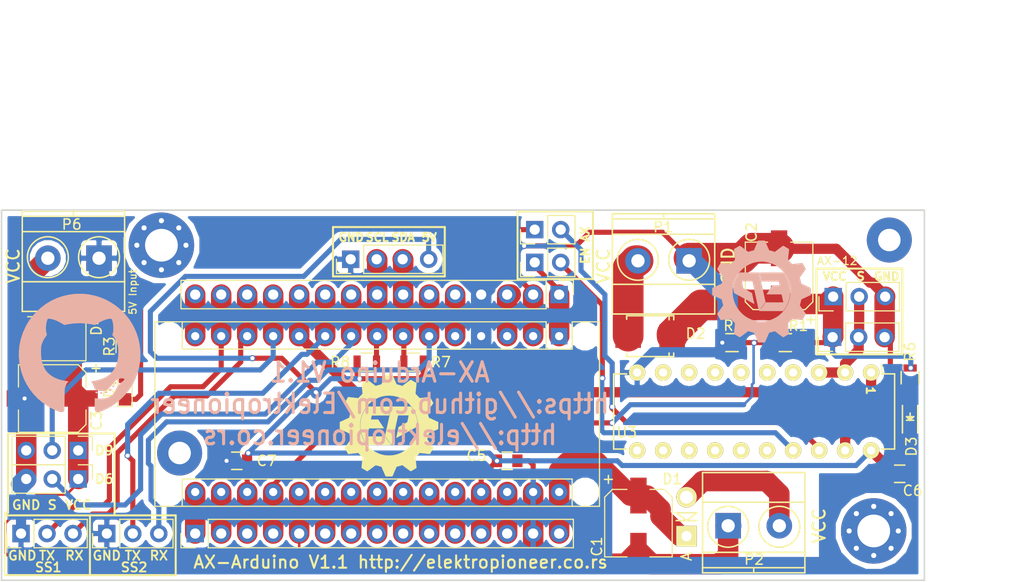
<source format=kicad_pcb>
(kicad_pcb (version 4) (host pcbnew 4.0.6+dfsg1-1)
  (layers (0 F.Cu signal) (31 B.Cu signal) (34 B.Paste user) (35 F.Paste user) (36 B.SilkS user) (37 F.SilkS user) (38 B.Mask user) (39 F.Mask user) (44 Edge.Cuts user))
  (net 0 "")
  (net 1 A_TX)
  (net 2 A_RX)
  (net 3 +5V)
  (net 4 A_A0)
  (net 5 GND)
  (net 6 A_A1)
  (net 7 A_INT)
  (net 8 A_A2)
  (net 9 A_CONTROL)
  (net 10 A_A3)
  (net 11 A_SDA)
  (net 12 A_A4)
  (net 13 A_SCL)
  (net 14 A_A5)
  (net 15 A_D6)
  (net 16 A_A6)
  (net 17 A_D7)
  (net 18 A_A7)
  (net 19 A_D9)
  (net 20 A_SS)
  (net 21 A_MOSI)
  (net 22 +VSW)
  (net 23 A_MISO)
  (net 24 A_SCK)
  (net 25 AX_P)
  (net 26 "Net-(D1-Pad2)")
  (net 27 "Net-(D2-Pad2)")
  (net 28 AX_S)
  (net 29 +3V3)
  (net 30 A_RES1)
  (net 31 A_RES2)
  (net 32 "Net-(D3-Pad2)")
  (net 33 A_LS_RX)
  (net 34 A_LS_TX)
  (net 35 A_D3)
  (net 36 "Net-(D4-Pad2)")
  (net 37 "Net-(D5-Pad2)")
  (module Pin_Headers:Pin_Header_Straight_1x03_Pitch2.54mm (layer F.Cu) (at 87.63 122.428 90)
    (fp_text reference P5 hide)
    (fp_text value CONN_01X03 hide)
    (pad 1 thru_hole rect (at 0 0 90) (size 1.7 1.7) (drill 1) (layers *.Cu *.Mask) (net 5 GND))
    (pad 2 thru_hole oval (at 0 2.54 90) (size 1.7 1.7) (drill 1) (layers *.Cu *.Mask) (net 21 A_MOSI))
    (pad 3 thru_hole oval (at 0 5.08 90) (size 1.7 1.7) (drill 1) (layers *.Cu *.Mask) (net 20 A_SS))
  )
  (module Modules:Arduino_Nano_WithMountingHoles (layer F.Cu) (at 140.208 103.124 270)
    (fp_text reference A1 hide)
    (fp_text value Arduino_Nano_v3.x hide)
    (pad 1 thru_hole rect (at 0 0 270) (size 1.6 1.6) (drill 0.8) (layers *.Cu *.Mask) (net 1 A_TX))
    (pad 17 thru_hole oval (at 15.24 33.02 270) (size 1.6 1.6) (drill 0.8) (layers *.Cu *.Mask) (net 29 +3V3))
    (pad 2 thru_hole oval (at 0 2.54 270) (size 1.6 1.6) (drill 0.8) (layers *.Cu *.Mask) (net 2 A_RX))
    (pad 18 thru_hole oval (at 15.24 30.48 270) (size 1.6 1.6) (drill 0.8) (layers *.Cu *.Mask) (net 3 +5V))
    (pad 3 thru_hole oval (at 0 5.08 270) (size 1.6 1.6) (drill 0.8) (layers *.Cu *.Mask) (net 30 A_RES1))
    (pad 19 thru_hole oval (at 15.24 27.94 270) (size 1.6 1.6) (drill 0.8) (layers *.Cu *.Mask) (net 4 A_A0))
    (pad 4 thru_hole oval (at 0 7.62 270) (size 1.6 1.6) (drill 0.8) (layers *.Cu *.Mask) (net 5 GND))
    (pad 20 thru_hole oval (at 15.24 25.4 270) (size 1.6 1.6) (drill 0.8) (layers *.Cu *.Mask) (net 6 A_A1))
    (pad 5 thru_hole oval (at 0 10.16 270) (size 1.6 1.6) (drill 0.8) (layers *.Cu *.Mask) (net 7 A_INT))
    (pad 21 thru_hole oval (at 15.24 22.86 270) (size 1.6 1.6) (drill 0.8) (layers *.Cu *.Mask) (net 8 A_A2))
    (pad 6 thru_hole oval (at 0 12.7 270) (size 1.6 1.6) (drill 0.8) (layers *.Cu *.Mask) (net 35 A_D3))
    (pad 22 thru_hole oval (at 15.24 20.32 270) (size 1.6 1.6) (drill 0.8) (layers *.Cu *.Mask) (net 10 A_A3))
    (pad 7 thru_hole oval (at 0 15.24 270) (size 1.6 1.6) (drill 0.8) (layers *.Cu *.Mask) (net 11 A_SDA))
    (pad 23 thru_hole oval (at 15.24 17.78 270) (size 1.6 1.6) (drill 0.8) (layers *.Cu *.Mask) (net 12 A_A4))
    (pad 8 thru_hole oval (at 0 17.78 270) (size 1.6 1.6) (drill 0.8) (layers *.Cu *.Mask) (net 13 A_SCL))
    (pad 24 thru_hole oval (at 15.24 15.24 270) (size 1.6 1.6) (drill 0.8) (layers *.Cu *.Mask) (net 14 A_A5))
    (pad 9 thru_hole oval (at 0 20.32 270) (size 1.6 1.6) (drill 0.8) (layers *.Cu *.Mask) (net 15 A_D6))
    (pad 25 thru_hole oval (at 15.24 12.7 270) (size 1.6 1.6) (drill 0.8) (layers *.Cu *.Mask) (net 16 A_A6))
    (pad 10 thru_hole oval (at 0 22.86 270) (size 1.6 1.6) (drill 0.8) (layers *.Cu *.Mask) (net 17 A_D7))
    (pad 26 thru_hole oval (at 15.24 10.16 270) (size 1.6 1.6) (drill 0.8) (layers *.Cu *.Mask) (net 18 A_A7))
    (pad 11 thru_hole oval (at 0 25.4 270) (size 1.6 1.6) (drill 0.8) (layers *.Cu *.Mask) (net 9 A_CONTROL))
    (pad 27 thru_hole oval (at 15.24 7.62 270) (size 1.6 1.6) (drill 0.8) (layers *.Cu *.Mask) (net 3 +5V))
    (pad 12 thru_hole oval (at 0 27.94 270) (size 1.6 1.6) (drill 0.8) (layers *.Cu *.Mask) (net 19 A_D9))
    (pad 28 thru_hole oval (at 15.24 5.08 270) (size 1.6 1.6) (drill 0.8) (layers *.Cu *.Mask) (net 31 A_RES2))
    (pad 13 thru_hole oval (at 0 30.48 270) (size 1.6 1.6) (drill 0.8) (layers *.Cu *.Mask) (net 20 A_SS))
    (pad 29 thru_hole oval (at 15.24 2.54 270) (size 1.6 1.6) (drill 0.8) (layers *.Cu *.Mask) (net 5 GND))
    (pad 14 thru_hole oval (at 0 33.02 270) (size 1.6 1.6) (drill 0.8) (layers *.Cu *.Mask) (net 21 A_MOSI))
    (pad 30 thru_hole oval (at 15.24 0 270) (size 1.6 1.6) (drill 0.8) (layers *.Cu *.Mask) (net 22 +VSW))
    (pad 15 thru_hole oval (at 0 35.56 270) (size 1.6 1.6) (drill 0.8) (layers *.Cu *.Mask) (net 23 A_MISO))
    (pad 16 thru_hole oval (at 15.24 35.56 270) (size 1.6 1.6) (drill 0.8) (layers *.Cu *.Mask) (net 24 A_SCK))
    (pad "" np_thru_hole circle (at 0 -2.54 270) (size 1.78 1.78) (drill 1.78) (layers *.Cu *.Mask))
    (pad "" np_thru_hole circle (at 15.24 -2.54 270) (size 1.78 1.78) (drill 1.78) (layers *.Cu *.Mask))
    (pad "" np_thru_hole circle (at 15.24 38.1 270) (size 1.78 1.78) (drill 1.78) (layers *.Cu *.Mask))
    (pad "" np_thru_hole circle (at 0 38.1 270) (size 1.78 1.78) (drill 1.78) (layers *.Cu *.Mask))
  )
  (module Capacitors_SMD:C_0805 (layer F.Cu) (at 135.128 115.316)
    (fp_text reference C5 (at -3 -0.5) (layer F.SilkS))
    (fp_text value 100n hide)
    (pad 1 smd rect (at -1 0) (size 1 1.25) (layers F.Cu F.Paste F.Mask) (net 3 +5V))
    (pad 2 smd rect (at 1 0) (size 1 1.25) (layers F.Cu F.Paste F.Mask) (net 5 GND))
  )
  (module Capacitors_SMD:C_0805 (layer F.Cu) (at 173.482 116.586)
    (fp_text reference C6 (at 1.27 1.651) (layer F.SilkS))
    (fp_text value 100n hide)
    (pad 1 smd rect (at -1 0) (size 1 1.25) (layers F.Cu F.Paste F.Mask) (net 3 +5V))
    (pad 2 smd rect (at 1 0) (size 1 1.25) (layers F.Cu F.Paste F.Mask) (net 5 GND))
  )
  (module Capacitors_SMD:C_0805 (layer F.Cu) (at 108.712 115.316 180)
    (fp_text reference C7 (at -2.921 0 180) (layer F.SilkS))
    (fp_text value 100n hide)
    (pad 1 smd rect (at -1 0 180) (size 1 1.25) (layers F.Cu F.Paste F.Mask) (net 3 +5V))
    (pad 2 smd rect (at 1 0 180) (size 1 1.25) (layers F.Cu F.Paste F.Mask) (net 5 GND))
  )
  (module Diodes_ThroughHole:Diode_DO-41_SOD81_Vertical_AnodeUp (layer F.Cu) (at 152.654 122.682 90)
    (fp_text reference D1 (at 5.588 -1.397 180) (layer F.SilkS))
    (fp_text value D hide)
    (fp_text user A (at -2 0 90) (layer F.SilkS))
    (pad 2 thru_hole circle (at 3.81 0 90) (size 1.99898 1.99898) (drill 1.27) (layers *.Cu *.Mask F.SilkS) (net 26 "Net-(D1-Pad2)"))
    (pad 1 thru_hole rect (at 0 0 90) (size 1.99898 1.99898) (drill 1.00076) (layers *.Cu *.Mask F.SilkS) (net 22 +VSW))
  )
  (module Diodes_SMD:SMB_Standard (layer F.Cu) (at 149.098 103.124 180)
    (fp_text reference D2 (at -4.445 0.254 180) (layer F.SilkS))
    (fp_text value D_Schottky hide)
    (pad 1 smd rect (at -2.14884 0 180) (size 2.49936 2.30124) (layers F.Cu F.Paste F.Mask) (net 25 AX_P))
    (pad 2 smd rect (at 2.14884 0 180) (size 2.49936 2.30124) (layers F.Cu F.Paste F.Mask) (net 27 "Net-(D2-Pad2)"))
  )
  (module Resistors_SMD:R_0805 (layer F.Cu) (at 162.306 103.759 180)
    (fp_text reference R1 (at -1.27 1.651 180) (layer F.SilkS))
    (fp_text value 10K hide)
    (pad 1 smd rect (at -0.95 0 180) (size 0.7 1.3) (layers F.Cu F.Paste F.Mask) (net 25 AX_P))
    (pad 2 smd rect (at 0.95 0 180) (size 0.7 1.3) (layers F.Cu F.Paste F.Mask) (net 4 A_A0))
  )
  (module Resistors_SMD:R_0805 (layer F.Cu) (at 157.099 103.759 180)
    (fp_text reference R2 (at -0.127 1.651 180) (layer F.SilkS))
    (fp_text value 4.7K hide)
    (pad 1 smd rect (at -0.95 0 180) (size 0.7 1.3) (layers F.Cu F.Paste F.Mask) (net 4 A_A0))
    (pad 2 smd rect (at 0.95 0 180) (size 0.7 1.3) (layers F.Cu F.Paste F.Mask) (net 5 GND))
  )
  (module Housings_DIP:DIP-20_W7.62mm (layer F.Cu) (at 170.688 106.68 270)
    (fp_text reference U3 (at 5.842 23.876 360) (layer F.SilkS))
    (fp_text value 74LS241 hide)
    (pad 1 thru_hole oval (at 0 0 270) (size 1.6 1.6) (drill 0.8) (layers *.Cu *.Mask F.SilkS) (net 9 A_CONTROL))
    (pad 2 thru_hole oval (at 0 2.54 270) (size 1.6 1.6) (drill 0.8) (layers *.Cu *.Mask F.SilkS) (net 28 AX_S))
    (pad 3 thru_hole oval (at 0 5.08 270) (size 1.6 1.6) (drill 0.8) (layers *.Cu *.Mask F.SilkS) (net 28 AX_S))
    (pad 4 thru_hole oval (at 0 7.62 270) (size 1.6 1.6) (drill 0.8) (layers *.Cu *.Mask F.SilkS))
    (pad 5 thru_hole oval (at 0 10.16 270) (size 1.6 1.6) (drill 0.8) (layers *.Cu *.Mask F.SilkS))
    (pad 6 thru_hole oval (at 0 12.7 270) (size 1.6 1.6) (drill 0.8) (layers *.Cu *.Mask F.SilkS))
    (pad 7 thru_hole oval (at 0 15.24 270) (size 1.6 1.6) (drill 0.8) (layers *.Cu *.Mask F.SilkS))
    (pad 8 thru_hole oval (at 0 17.78 270) (size 1.6 1.6) (drill 0.8) (layers *.Cu *.Mask F.SilkS))
    (pad 9 thru_hole oval (at 0 20.32 270) (size 1.6 1.6) (drill 0.8) (layers *.Cu *.Mask F.SilkS))
    (pad 10 thru_hole oval (at 0 22.86 270) (size 1.6 1.6) (drill 0.8) (layers *.Cu *.Mask F.SilkS) (net 5 GND))
    (pad 11 thru_hole oval (at 7.62 22.86 270) (size 1.6 1.6) (drill 0.8) (layers *.Cu *.Mask F.SilkS))
    (pad 12 thru_hole oval (at 7.62 20.32 270) (size 1.6 1.6) (drill 0.8) (layers *.Cu *.Mask F.SilkS))
    (pad 13 thru_hole oval (at 7.62 17.78 270) (size 1.6 1.6) (drill 0.8) (layers *.Cu *.Mask F.SilkS))
    (pad 14 thru_hole oval (at 7.62 15.24 270) (size 1.6 1.6) (drill 0.8) (layers *.Cu *.Mask F.SilkS))
    (pad 15 thru_hole oval (at 7.62 12.7 270) (size 1.6 1.6) (drill 0.8) (layers *.Cu *.Mask F.SilkS))
    (pad 16 thru_hole oval (at 7.62 10.16 270) (size 1.6 1.6) (drill 0.8) (layers *.Cu *.Mask F.SilkS))
    (pad 17 thru_hole oval (at 7.62 7.62 270) (size 1.6 1.6) (drill 0.8) (layers *.Cu *.Mask F.SilkS) (net 34 A_LS_TX))
    (pad 18 thru_hole oval (at 7.62 5.08 270) (size 1.6 1.6) (drill 0.8) (layers *.Cu *.Mask F.SilkS) (net 33 A_LS_RX))
    (pad 19 thru_hole oval (at 7.62 2.54 270) (size 1.6 1.6) (drill 0.8) (layers *.Cu *.Mask F.SilkS) (net 9 A_CONTROL))
    (pad 20 thru_hole oval (at 7.62 0 270) (size 1.6 1.6) (drill 0.8) (layers *.Cu *.Mask F.SilkS) (net 3 +5V))
  )
  (module LEDs:LED_0805 (layer F.Cu) (at 174.498 110.998 90)
    (fp_text reference D3 (at -2.921 0.127 90) (layer F.SilkS))
    (fp_text value LED hide)
    (pad 2 smd rect (at 1.04902 0 270) (size 1.19888 1.19888) (layers F.Cu F.Paste F.Mask) (net 32 "Net-(D3-Pad2)"))
    (pad 1 smd rect (at -1.04902 0 270) (size 1.19888 1.19888) (layers F.Cu F.Paste F.Mask) (net 5 GND))
  )
  (module Resistors_SMD:R_0805 (layer F.Cu) (at 174.498 107.188 270)
    (fp_text reference R6 (at -2.54 0 270) (layer F.SilkS))
    (fp_text value R hide)
    (pad 1 smd rect (at -0.95 0 270) (size 0.7 1.3) (layers F.Cu F.Paste F.Mask) (net 25 AX_P))
    (pad 2 smd rect (at 0.95 0 270) (size 0.7 1.3) (layers F.Cu F.Paste F.Mask) (net 32 "Net-(D3-Pad2)"))
  )
  (module Pin_Headers:Pin_Header_Straight_1x02_Pitch2.54mm (layer F.Cu) (at 137.8204 92.71 90)
    (fp_text reference JP1 hide)
    (fp_text value Jumper hide)
    (pad 1 thru_hole rect (at 0 0 90) (size 1.7 1.7) (drill 1) (layers *.Cu *.Mask) (net 2 A_RX))
    (pad 2 thru_hole oval (at 0 2.54 90) (size 1.7 1.7) (drill 1) (layers *.Cu *.Mask) (net 33 A_LS_RX))
  )
  (module Pin_Headers:Pin_Header_Straight_1x02_Pitch2.54mm (layer F.Cu) (at 137.8204 95.9104 90)
    (fp_text reference JP2 hide)
    (fp_text value Jumper hide)
    (pad 1 thru_hole rect (at 0 0 90) (size 1.7 1.7) (drill 1) (layers *.Cu *.Mask) (net 1 A_TX))
    (pad 2 thru_hole oval (at 0 2.54 90) (size 1.7 1.7) (drill 1) (layers *.Cu *.Mask) (net 34 A_LS_TX))
  )
  (module Resistors_SMD:R_0805 (layer F.Cu) (at 125.984 105.664 180)
    (fp_text reference R7 (at -2.667 0 180) (layer F.SilkS))
    (fp_text value 4K7 hide)
    (pad 1 smd rect (at -0.95 0 180) (size 0.7 1.3) (layers F.Cu F.Paste F.Mask) (net 3 +5V))
    (pad 2 smd rect (at 0.95 0 180) (size 0.7 1.3) (layers F.Cu F.Paste F.Mask) (net 11 A_SDA))
  )
  (module Resistors_SMD:R_0805 (layer F.Cu) (at 121.412 105.664)
    (fp_text reference R8 (at -2.6035 0) (layer F.SilkS))
    (fp_text value 4K7 hide)
    (pad 1 smd rect (at -0.95 0) (size 0.7 1.3) (layers F.Cu F.Paste F.Mask) (net 3 +5V))
    (pad 2 smd rect (at 0.95 0) (size 0.7 1.3) (layers F.Cu F.Paste F.Mask) (net 13 A_SCL))
  )
  (module Capacitors_SMD:CP_Elec_6.3x5.3 (layer F.Cu) (at 147.955 121.412 270)
    (fp_text reference C1 (at 2.286 4.064 270) (layer F.SilkS))
    (fp_text value CP hide)
    (fp_text user + (at -4.28 3.01 270) (layer F.SilkS))
    (pad 1 smd rect (at -2.7 0 90) (size 3.5 1.6) (layers F.Cu F.Paste F.Mask) (net 22 +VSW))
    (pad 2 smd rect (at 2.7 0 90) (size 3.5 1.6) (layers F.Cu F.Paste F.Mask) (net 5 GND))
  )
  (module Capacitors_SMD:CP_Elec_6.3x5.3 (layer F.Cu) (at 161.6964 97.2312 90)
    (fp_text reference C2 (at 4.2672 -2.6924 90) (layer F.SilkS))
    (fp_text value CP hide)
    (fp_text user + (at -4.28 3.01 90) (layer F.SilkS))
    (pad 1 smd rect (at -2.7 0 270) (size 3.5 1.6) (layers F.Cu F.Paste F.Mask) (net 25 AX_P))
    (pad 2 smd rect (at 2.7 0 270) (size 3.5 1.6) (layers F.Cu F.Paste F.Mask) (net 5 GND))
  )
  (module Capacitors_SMD:CP_Elec_6.3x5.3 (layer F.Cu) (at 90.678 109.22 180)
    (fp_text reference C3 (at -4.318 -2.159 270) (layer F.SilkS))
    (fp_text value CP hide)
    (fp_text user + (at -4.28 3.01 180) (layer F.SilkS))
    (pad 1 smd rect (at -2.7 0) (size 3.5 1.6) (layers F.Cu F.Paste F.Mask) (net 6 A_A1))
    (pad 2 smd rect (at 2.7 0) (size 3.5 1.6) (layers F.Cu F.Paste F.Mask) (net 5 GND))
  )
  (module Pin_Headers:Pin_Header_Straight_1x03_Pitch2.54mm (layer F.Cu) (at 166.9796 99.2632 90)
    (fp_text reference P3 hide)
    (fp_text value CONN_01X03 hide)
    (pad 1 thru_hole rect (at 0 0 90) (size 1.7 1.7) (drill 1) (layers *.Cu *.Mask) (net 25 AX_P))
    (pad 2 thru_hole oval (at 0 2.54 90) (size 1.7 1.7) (drill 1) (layers *.Cu *.Mask) (net 28 AX_S))
    (pad 3 thru_hole oval (at 0 5.08 90) (size 1.7 1.7) (drill 1) (layers *.Cu *.Mask) (net 5 GND))
  )
  (module Pin_Headers:Pin_Header_Straight_1x03_Pitch2.54mm (layer F.Cu) (at 166.9288 103.2256 90)
    (fp_text reference P4 hide)
    (fp_text value CONN_01X03 hide)
    (pad 1 thru_hole rect (at 0 0 90) (size 1.7 1.7) (drill 1) (layers *.Cu *.Mask) (net 25 AX_P))
    (pad 2 thru_hole oval (at 0 2.54 90) (size 1.7 1.7) (drill 1) (layers *.Cu *.Mask) (net 28 AX_S))
    (pad 3 thru_hole oval (at 0 5.08 90) (size 1.7 1.7) (drill 1) (layers *.Cu *.Mask) (net 5 GND))
  )
  (module Pin_Headers:Pin_Header_Straight_1x03_Pitch2.54mm (layer F.Cu) (at 93.218 117.094 270)
    (fp_text reference P7 hide)
    (fp_text value CONN_01X03 hide)
    (pad 1 thru_hole rect (at 0 0 270) (size 1.7 1.7) (drill 1) (layers *.Cu *.Mask) (net 6 A_A1))
    (pad 2 thru_hole oval (at 0 2.54 270) (size 1.7 1.7) (drill 1) (layers *.Cu *.Mask) (net 15 A_D6))
    (pad 3 thru_hole oval (at 0 5.08 270) (size 1.7 1.7) (drill 1) (layers *.Cu *.Mask) (net 5 GND))
  )
  (module Pin_Headers:Pin_Header_Straight_1x15_Pitch2.54mm (layer F.Cu) (at 140.208 99.06 270)
    (fp_text reference P8 hide)
    (fp_text value CONN_01X15 hide)
    (pad 1 thru_hole rect (at 0 0 270) (size 1.7 1.7) (drill 1) (layers *.Cu *.Mask) (net 1 A_TX))
    (pad 2 thru_hole oval (at 0 2.54 270) (size 1.7 1.7) (drill 1) (layers *.Cu *.Mask) (net 2 A_RX))
    (pad 3 thru_hole oval (at 0 5.08 270) (size 1.7 1.7) (drill 1) (layers *.Cu *.Mask) (net 30 A_RES1))
    (pad 4 thru_hole oval (at 0 7.62 270) (size 1.7 1.7) (drill 1) (layers *.Cu *.Mask) (net 5 GND))
    (pad 5 thru_hole oval (at 0 10.16 270) (size 1.7 1.7) (drill 1) (layers *.Cu *.Mask) (net 7 A_INT))
    (pad 6 thru_hole oval (at 0 12.7 270) (size 1.7 1.7) (drill 1) (layers *.Cu *.Mask) (net 35 A_D3))
    (pad 7 thru_hole oval (at 0 15.24 270) (size 1.7 1.7) (drill 1) (layers *.Cu *.Mask) (net 11 A_SDA))
    (pad 8 thru_hole oval (at 0 17.78 270) (size 1.7 1.7) (drill 1) (layers *.Cu *.Mask) (net 13 A_SCL))
    (pad 9 thru_hole oval (at 0 20.32 270) (size 1.7 1.7) (drill 1) (layers *.Cu *.Mask) (net 15 A_D6))
    (pad 10 thru_hole oval (at 0 22.86 270) (size 1.7 1.7) (drill 1) (layers *.Cu *.Mask) (net 17 A_D7))
    (pad 11 thru_hole oval (at 0 25.4 270) (size 1.7 1.7) (drill 1) (layers *.Cu *.Mask) (net 9 A_CONTROL))
    (pad 12 thru_hole oval (at 0 27.94 270) (size 1.7 1.7) (drill 1) (layers *.Cu *.Mask) (net 19 A_D9))
    (pad 13 thru_hole oval (at 0 30.48 270) (size 1.7 1.7) (drill 1) (layers *.Cu *.Mask) (net 20 A_SS))
    (pad 14 thru_hole oval (at 0 33.02 270) (size 1.7 1.7) (drill 1) (layers *.Cu *.Mask) (net 21 A_MOSI))
    (pad 15 thru_hole oval (at 0 35.56 270) (size 1.7 1.7) (drill 1) (layers *.Cu *.Mask) (net 23 A_MISO))
  )
  (module Pin_Headers:Pin_Header_Straight_1x15_Pitch2.54mm (layer F.Cu) (at 104.648 122.428 90)
    (fp_text reference P9 hide)
    (fp_text value CONN_01X15 hide)
    (pad 1 thru_hole rect (at 0 0 90) (size 1.7 1.7) (drill 1) (layers *.Cu *.Mask) (net 24 A_SCK))
    (pad 2 thru_hole oval (at 0 2.54 90) (size 1.7 1.7) (drill 1) (layers *.Cu *.Mask) (net 29 +3V3))
    (pad 3 thru_hole oval (at 0 5.08 90) (size 1.7 1.7) (drill 1) (layers *.Cu *.Mask) (net 3 +5V))
    (pad 4 thru_hole oval (at 0 7.62 90) (size 1.7 1.7) (drill 1) (layers *.Cu *.Mask) (net 4 A_A0))
    (pad 5 thru_hole oval (at 0 10.16 90) (size 1.7 1.7) (drill 1) (layers *.Cu *.Mask) (net 6 A_A1))
    (pad 6 thru_hole oval (at 0 12.7 90) (size 1.7 1.7) (drill 1) (layers *.Cu *.Mask) (net 8 A_A2))
    (pad 7 thru_hole oval (at 0 15.24 90) (size 1.7 1.7) (drill 1) (layers *.Cu *.Mask) (net 10 A_A3))
    (pad 8 thru_hole oval (at 0 17.78 90) (size 1.7 1.7) (drill 1) (layers *.Cu *.Mask) (net 12 A_A4))
    (pad 9 thru_hole oval (at 0 20.32 90) (size 1.7 1.7) (drill 1) (layers *.Cu *.Mask) (net 14 A_A5))
    (pad 10 thru_hole oval (at 0 22.86 90) (size 1.7 1.7) (drill 1) (layers *.Cu *.Mask) (net 16 A_A6))
    (pad 11 thru_hole oval (at 0 25.4 90) (size 1.7 1.7) (drill 1) (layers *.Cu *.Mask) (net 18 A_A7))
    (pad 12 thru_hole oval (at 0 27.94 90) (size 1.7 1.7) (drill 1) (layers *.Cu *.Mask) (net 3 +5V))
    (pad 13 thru_hole oval (at 0 30.48 90) (size 1.7 1.7) (drill 1) (layers *.Cu *.Mask) (net 31 A_RES2))
    (pad 14 thru_hole oval (at 0 33.02 90) (size 1.7 1.7) (drill 1) (layers *.Cu *.Mask) (net 5 GND))
    (pad 15 thru_hole oval (at 0 35.56 90) (size 1.7 1.7) (drill 1) (layers *.Cu *.Mask) (net 22 +VSW))
  )
  (module Pin_Headers:Pin_Header_Straight_1x04_Pitch2.54mm (layer F.Cu) (at 119.8372 95.6056 90)
    (fp_text reference P11 hide)
    (fp_text value CONN_01X04 hide)
    (pad 1 thru_hole rect (at 0 0 90) (size 1.7 1.7) (drill 1) (layers *.Cu *.Mask) (net 5 GND))
    (pad 2 thru_hole oval (at 0 2.54 90) (size 1.7 1.7) (drill 1) (layers *.Cu *.Mask) (net 13 A_SCL))
    (pad 3 thru_hole oval (at 0 5.08 90) (size 1.7 1.7) (drill 1) (layers *.Cu *.Mask) (net 11 A_SDA))
    (pad 4 thru_hole oval (at 0 7.62 90) (size 1.7 1.7) (drill 1) (layers *.Cu *.Mask) (net 3 +5V))
  )
  (module Pin_Headers:Pin_Header_Straight_1x03_Pitch2.54mm (layer F.Cu) (at 93.218 114.3 270)
    (fp_text reference P12 hide)
    (fp_text value CONN_01X03 hide)
    (pad 1 thru_hole rect (at 0 0 270) (size 1.7 1.7) (drill 1) (layers *.Cu *.Mask) (net 6 A_A1))
    (pad 2 thru_hole oval (at 0 2.54 270) (size 1.7 1.7) (drill 1) (layers *.Cu *.Mask) (net 19 A_D9))
    (pad 3 thru_hole oval (at 0 5.08 270) (size 1.7 1.7) (drill 1) (layers *.Cu *.Mask) (net 5 GND))
  )
  (module Connectors_Terminal_Blocks:TerminalBlock_Pheonix_MKDS1.5-2pol (layer F.Cu) (at 152.908 95.758 180)
    (fp_text reference P1 (at 2.54 3.302 180) (layer F.SilkS))
    (fp_text value CONN_01X02 hide)
    (pad 1 thru_hole rect (at 0 0 180) (size 2.5 2.5) (drill 1.3) (layers *.Cu *.Mask) (net 5 GND))
    (pad 2 thru_hole circle (at 5 0 180) (size 2.5 2.5) (drill 1.3) (layers *.Cu *.Mask) (net 27 "Net-(D2-Pad2)"))
  )
  (module Connectors_Terminal_Blocks:TerminalBlock_Pheonix_MKDS1.5-2pol (layer F.Cu) (at 156.718 121.666)
    (fp_text reference P2 (at 2.54 3.302) (layer F.SilkS))
    (fp_text value CONN_01X02 hide)
    (pad 1 thru_hole rect (at 0 0) (size 2.5 2.5) (drill 1.3) (layers *.Cu *.Mask) (net 5 GND))
    (pad 2 thru_hole circle (at 5 0) (size 2.5 2.5) (drill 1.3) (layers *.Cu *.Mask) (net 26 "Net-(D1-Pad2)"))
  )
  (module Connectors_Terminal_Blocks:TerminalBlock_Pheonix_MKDS1.5-2pol (layer F.Cu) (at 95.25 95.504 180)
    (fp_text reference P6 (at 2.667 3.302 180) (layer F.SilkS))
    (fp_text value CONN_01X02 hide)
    (pad 1 thru_hole rect (at 0 0 180) (size 2.5 2.5) (drill 1.3) (layers *.Cu *.Mask) (net 5 GND))
    (pad 2 thru_hole circle (at 5 0 180) (size 2.5 2.5) (drill 1.3) (layers *.Cu *.Mask) (net 36 "Net-(D4-Pad2)"))
  )
  (module Pin_Headers:Pin_Header_Straight_1x03_Pitch2.54mm (layer F.Cu) (at 96.012 122.428 90)
    (fp_text reference P10 hide)
    (fp_text value CONN_01X03 hide)
    (pad 1 thru_hole rect (at 0 0 90) (size 1.7 1.7) (drill 1) (layers *.Cu *.Mask) (net 5 GND))
    (pad 2 thru_hole oval (at 0 2.54 90) (size 1.7 1.7) (drill 1) (layers *.Cu *.Mask) (net 17 A_D7))
    (pad 3 thru_hole oval (at 0 5.08 90) (size 1.7 1.7) (drill 1) (layers *.Cu *.Mask) (net 35 A_D3))
  )
  (module Diodes_SMD:D_SMB_Standard (layer F.Cu) (at 90.424 103.378 180)
    (fp_text reference D4 (at -4.572 1.27 450) (layer F.SilkS))
    (fp_text value D_Schottky hide)
    (pad 1 smd rect (at -2.15 0 180) (size 2.5 2.3) (layers F.Cu F.Paste F.Mask) (net 6 A_A1))
    (pad 2 smd rect (at 2.15 0 180) (size 2.5 2.3) (layers F.Cu F.Paste F.Mask) (net 36 "Net-(D4-Pad2)"))
  )
  (module Mounting_Holes:MountingHole_3.2mm_M3_Pad_Via (layer F.Cu) (at 170.942 122.174)
    (fp_text reference MK1 hide)
    (fp_text value Mounting_Hole hide)
    (pad 1 thru_hole circle (at 0 0) (size 6.4 6.4) (drill 3.2) (layers *.Cu *.Mask))
    (pad "" thru_hole circle (at 2.4 0) (size 0.6 0.6) (drill 0.5) (layers *.Cu *.Mask))
    (pad "" thru_hole circle (at 1.697056 1.697056) (size 0.6 0.6) (drill 0.5) (layers *.Cu *.Mask))
    (pad "" thru_hole circle (at 0 2.4) (size 0.6 0.6) (drill 0.5) (layers *.Cu *.Mask))
    (pad "" thru_hole circle (at -1.697056 1.697056) (size 0.6 0.6) (drill 0.5) (layers *.Cu *.Mask))
    (pad "" thru_hole circle (at -2.4 0) (size 0.6 0.6) (drill 0.5) (layers *.Cu *.Mask))
    (pad "" thru_hole circle (at -1.697056 -1.697056) (size 0.6 0.6) (drill 0.5) (layers *.Cu *.Mask))
    (pad "" thru_hole circle (at 0 -2.4) (size 0.6 0.6) (drill 0.5) (layers *.Cu *.Mask))
    (pad "" thru_hole circle (at 1.697056 -1.697056) (size 0.6 0.6) (drill 0.5) (layers *.Cu *.Mask))
  )
  (module Mounting_Holes:MountingHole_3.2mm_M3_Pad_Via (layer F.Cu) (at 101.346 94.234)
    (fp_text reference MK2 hide)
    (fp_text value Mounting_Hole hide)
    (pad 1 thru_hole circle (at 0 0) (size 6.4 6.4) (drill 3.2) (layers *.Cu *.Mask))
    (pad "" thru_hole circle (at 2.4 0) (size 0.6 0.6) (drill 0.5) (layers *.Cu *.Mask))
    (pad "" thru_hole circle (at 1.697056 1.697056) (size 0.6 0.6) (drill 0.5) (layers *.Cu *.Mask))
    (pad "" thru_hole circle (at 0 2.4) (size 0.6 0.6) (drill 0.5) (layers *.Cu *.Mask))
    (pad "" thru_hole circle (at -1.697056 1.697056) (size 0.6 0.6) (drill 0.5) (layers *.Cu *.Mask))
    (pad "" thru_hole circle (at -2.4 0) (size 0.6 0.6) (drill 0.5) (layers *.Cu *.Mask))
    (pad "" thru_hole circle (at -1.697056 -1.697056) (size 0.6 0.6) (drill 0.5) (layers *.Cu *.Mask))
    (pad "" thru_hole circle (at 0 -2.4) (size 0.6 0.6) (drill 0.5) (layers *.Cu *.Mask))
    (pad "" thru_hole circle (at 1.697056 -1.697056) (size 0.6 0.6) (drill 0.5) (layers *.Cu *.Mask))
  )
  (module Mounting_Holes:MountingHole_2.2mm_M2_Pad (layer F.Cu) (at 103.124 114.554)
    (fp_text reference MK3 hide)
    (fp_text value Mounting_Hole hide)
    (pad 1 thru_hole circle (at 0 0) (size 4.4 4.4) (drill 2.2) (layers *.Cu *.Mask))
  )
  (module Mounting_Holes:MountingHole_2.2mm_M2_Pad (layer F.Cu) (at 172.466 93.726)
    (fp_text reference MK4 hide)
    (fp_text value Mounting_Hole hide)
    (pad 1 thru_hole circle (at 0 0) (size 4.4 4.4) (drill 2.2) (layers *.Cu *.Mask))
  )
  (module LEDs:LED_0805 (layer F.Cu) (at 97.79 108.204 90)
    (fp_text reference D5 (at 0 -1.524 270) (layer F.SilkS))
    (fp_text value LED hide)
    (pad 2 smd rect (at 1.1 0 270) (size 1.2 1.2) (layers F.Cu F.Paste F.Mask) (net 37 "Net-(D5-Pad2)"))
    (pad 1 smd rect (at -1.1 0 270) (size 1.2 1.2) (layers F.Cu F.Paste F.Mask) (net 5 GND))
  )
  (module Resistors_SMD:R_0805 (layer F.Cu) (at 97.79 104.14 270)
    (fp_text reference R3 (at 0 1.524 450) (layer F.SilkS))
    (fp_text value R hide)
    (pad 1 smd rect (at -0.95 0 270) (size 0.7 1.3) (layers F.Cu F.Paste F.Mask) (net 6 A_A1))
    (pad 2 smd rect (at 0.95 0 270) (size 0.7 1.3) (layers F.Cu F.Paste F.Mask) (net 37 "Net-(D5-Pad2)"))
  )
  (module Hardware:EP_Logo_3 (layer B.Cu) (at 159.8676 98.3996 180)
    (fp_text reference G*** hide)
    (fp_text value LOGO hide)
  )
  (module Hardware:github_logo (layer B.Cu) (at 93.3704 104.7496 180)
    (fp_text reference G*** hide)
    (fp_text value LOGO hide)
  )
  (module Hardware:EP_Logo_3 (layer F.Cu) (at 123.698 111.506)
    (fp_text reference G*** hide)
    (fp_text value LOGO hide)
  )
  (gr_text SS2 (at 98.679 125.73) (layer F.SilkS) (effects (font (size 0.9 0.9) (thickness 0.175))))
  (gr_text SS1 (at 90.297 125.73) (layer F.SilkS) (effects (font (size 0.9 0.9) (thickness 0.175))))
  (gr_text "GND\n" (at 96.012 124.587) (layer F.SilkS) (effects (font (size 0.9 0.9) (thickness 0.175))))
  (gr_text RX (at 101.092 124.587) (layer F.SilkS) (effects (font (size 0.9 0.9) (thickness 0.175))))
  (gr_text TX (at 98.552 124.587) (layer F.SilkS) (effects (font (size 0.9 0.9) (thickness 0.175))))
  (gr_text RX (at 92.837 124.587) (layer F.SilkS) (effects (font (size 0.9 0.9) (thickness 0.175))))
  (gr_text TX (at 90.17 124.587) (layer F.SilkS) (effects (font (size 0.9 0.9) (thickness 0.175))))
  (gr_text "GND\n" (at 87.757 124.587) (layer F.SilkS) (effects (font (size 0.9 0.9) (thickness 0.175))))
  (gr_text "D6\n" (at 95.758 117.094) (layer F.SilkS) (effects (font (size 0.9 0.9) (thickness 0.175))))
  (gr_text D9 (at 95.758 114.3) (layer F.SilkS) (effects (font (size 0.9 0.9) (thickness 0.175))))
  (gr_text VCC (at 93.218 119.634) (layer F.SilkS) (effects (font (size 0.9 0.9) (thickness 0.175))))
  (gr_text S (at 90.678 119.634) (layer F.SilkS) (effects (font (size 0.9 0.9) (thickness 0.175))))
  (gr_text GND (at 88.138 119.634) (layer F.SilkS) (effects (font (size 0.9 0.9) (thickness 0.175))))
  (gr_line (start 94.361 126.492) (end 94.4245 126.492) (angle 90) (layer F.SilkS) (width 0.2))
  (gr_line (start 94.361 120.65) (end 94.361 126.492) (angle 90) (layer F.SilkS) (width 0.2))
  (gr_line (start 96.774 120.396) (end 96.774 120.523) (angle 90) (layer F.SilkS) (width 0.2))
  (gr_line (start 86.233 120.65) (end 86.233 120.523) (angle 90) (layer F.SilkS) (width 0.2))
  (gr_line (start 102.743 120.65) (end 86.233 120.65) (angle 90) (layer F.SilkS) (width 0.2))
  (gr_line (start 102.743 126.492) (end 102.743 120.65) (angle 90) (layer F.SilkS) (width 0.2))
  (gr_line (start 86.106 126.492) (end 102.743 126.492) (angle 90) (layer F.SilkS) (width 0.2))
  (gr_line (start 86.106 120.396) (end 86.106 126.492) (angle 90) (layer F.SilkS) (width 0.2))
  (gr_line (start 86.36 120.396) (end 86.106 120.396) (angle 90) (layer F.SilkS) (width 0.2))
  (gr_line (start 86.36 120.396) (end 86.36 112.649) (angle 90) (layer F.SilkS) (width 0.2))
  (gr_line (start 96.774 120.015) (end 96.774 120.396) (angle 90) (layer F.SilkS) (width 0.2))
  (gr_line (start 96.774 112.649) (end 96.774 120.015) (angle 90) (layer F.SilkS) (width 0.2))
  (gr_line (start 86.36 112.649) (end 96.774 112.649) (angle 90) (layer F.SilkS) (width 0.2))
  (gr_text 1 (at 170.6245 108.458 270) (layer F.SilkS) (effects (font (size 0.8 0.8) (thickness 0.2))))
  (gr_text "AX-Arduino V1.1 http://elektropioneer.co.rs" (at 124.714 125.222) (layer F.SilkS) (effects (font (size 1.2 1.2) (thickness 0.2))))
  (gr_text "AX-Arduino V1.1\nhttps://github.com/Elektropioneer\nhttp://elektropioneer.co.rs" (at 122.682 109.728) (layer B.SilkS) (effects (font (size 1.9 1.7) (thickness 0.3)) (justify mirror)))
  (gr_text AX-12 (at 167.386 95.758) (layer F.SilkS) (effects (font (size 0.8 0.8) (thickness 0.125))))
  (gr_text VCC (at 86.868 96.266 90) (layer F.SilkS) (effects (font (size 1.2 1.2) (thickness 0.2))))
  (gr_text VCC (at 165.608 121.666 90) (layer F.SilkS) (effects (font (size 1.2 1.2) (thickness 0.2))))
  (gr_text VCC (at 144.526 96.266 90) (layer F.SilkS) (effects (font (size 1.2 1.2) (thickness 0.2))))
  (gr_text GND (at 156.718 96.266 90) (layer F.SilkS) (effects (font (size 1.2 1.2) (thickness 0.2))))
  (gr_line (start 173.736 96.52) (end 165.354 96.52) (angle 90) (layer F.SilkS) (width 0.2))
  (gr_line (start 173.736 104.902) (end 173.736 96.52) (angle 90) (layer F.SilkS) (width 0.2))
  (gr_line (start 165.354 104.902) (end 173.736 104.902) (angle 90) (layer F.SilkS) (width 0.2))
  (gr_line (start 165.354 96.52) (end 165.354 104.902) (angle 90) (layer F.SilkS) (width 0.2))
  (gr_text GND (at 172.212 97.282) (layer F.SilkS) (effects (font (size 0.8 0.8) (thickness 0.2))))
  (gr_text S (at 169.672 97.282) (layer F.SilkS) (effects (font (size 0.8 0.8) (thickness 0.2))))
  (gr_text VCC (at 167.132 97.282) (layer F.SilkS) (effects (font (size 0.8 0.8) (thickness 0.2))))
  (gr_text "EN AX" (at 142.748 94.234 90) (layer F.SilkS) (effects (font (size 0.8 0.8) (thickness 0.2))))
  (gr_line (start 136.144 90.932) (end 136.144 97.536) (angle 90) (layer F.SilkS) (width 0.2))
  (gr_line (start 143.51 90.932) (end 136.144 90.932) (angle 90) (layer F.SilkS) (width 0.2))
  (gr_line (start 143.51 97.536) (end 143.51 90.932) (angle 90) (layer F.SilkS) (width 0.2))
  (gr_line (start 136.144 97.536) (end 143.51 97.536) (angle 90) (layer F.SilkS) (width 0.2))
  (gr_text 5V (at 127.508 93.472) (layer F.SilkS) (effects (font (size 0.8 0.8) (thickness 0.2))))
  (gr_text SDA (at 124.968 93.472) (layer F.SilkS) (effects (font (size 0.8 0.8) (thickness 0.2))))
  (gr_text SCL (at 122.428 93.472) (layer F.SilkS) (effects (font (size 0.8 0.8) (thickness 0.2))))
  (gr_text GND (at 119.888 93.472) (layer F.SilkS) (effects (font (size 0.8 0.8) (thickness 0.2))))
  (gr_line (start 118.11 92.456) (end 118.11 97.282) (angle 90) (layer F.SilkS) (width 0.2))
  (gr_line (start 129.032 92.456) (end 118.11 92.456) (angle 90) (layer F.SilkS) (width 0.2))
  (gr_line (start 129.032 97.282) (end 129.032 92.456) (angle 90) (layer F.SilkS) (width 0.2))
  (gr_line (start 118.11 97.282) (end 129.032 97.282) (angle 90) (layer F.SilkS) (width 0.2))
  (gr_text "5V Input" (at 98.552 98.806 90) (layer F.SilkS) (effects (font (size 0.7 0.7) (thickness 0.125))))
  (gr_line (start 175.895 90.805) (end 175.895 127) (angle 90) (layer Edge.Cuts) (width 0.15))
  (gr_line (start 85.725 90.805) (end 175.895 90.805) (angle 90) (layer Edge.Cuts) (width 0.15))
  (gr_line (start 85.725 127) (end 85.725 90.805) (angle 90) (layer Edge.Cuts) (width 0.15))
  (gr_line (start 175.895 127) (end 85.725 127) (angle 90) (layer Edge.Cuts) (width 0.15))
  (segment (start 140.208 99.06) (end 140.208 98.6536) (width 0.5) (layer F.Cu) (net 1))
  (segment (start 140.208 98.6536) (end 137.8204 96.266) (width 0.5) (layer F.Cu) (net 1))
  (segment (start 137.8204 96.266) (end 137.8204 95.9104) (width 0.5) (layer F.Cu) (net 1))
  (segment (start 140.208 103.124) (end 140.208 99.06) (width 2) (layer F.Cu) (net 1))
  (segment (start 137.668 99.06) (end 137.668 98.9076) (width 0.5) (layer F.Cu) (net 2))
  (segment (start 137.668 98.9076) (end 135.7376 96.9772) (width 0.5) (layer F.Cu) (net 2))
  (segment (start 136.0932 92.71) (end 137.8204 92.71) (width 0.5) (layer F.Cu) (net 2))
  (segment (start 135.7376 93.0656) (end 136.0932 92.71) (width 0.5) (layer F.Cu) (net 2))
  (segment (start 135.7376 96.9772) (end 135.7376 93.0656) (width 0.5) (layer F.Cu) (net 2))
  (segment (start 137.668 103.124) (end 137.668 99.06) (width 2) (layer F.Cu) (net 2))
  (via (at 116.4336 108.6104) (size 0.6) (drill 0.4) (layers F.Cu B.Cu) (net 3))
  (segment (start 127.4572 95.6056) (end 127.4572 93.7387) (width 0.5) (layer B.Cu) (net 3))
  (segment (start 127.381 93.6625) (end 127.4572 93.7387) (width 0.5) (layer B.Cu) (net 3))
  (segment (start 118.872 93.6625) (end 127.381 93.6625) (width 0.5) (layer B.Cu) (net 3))
  (segment (start 115.2525 97.282) (end 118.872 93.6625) (width 0.5) (layer B.Cu) (net 3))
  (segment (start 103.6955 97.282) (end 115.2525 97.282) (width 0.5) (layer B.Cu) (net 3))
  (segment (start 100.2665 100.711) (end 103.6955 97.282) (width 0.5) (layer B.Cu) (net 3))
  (segment (start 100.2665 104.648) (end 100.2665 100.711) (width 0.5) (layer B.Cu) (net 3))
  (segment (start 100.9015 105.283) (end 100.2665 104.648) (width 0.5) (layer B.Cu) (net 3))
  (segment (start 110.236 105.283) (end 100.9015 105.283) (width 0.5) (layer B.Cu) (net 3))
  (via (at 110.236 105.283) (size 0.6) (drill 0.4) (layers F.Cu B.Cu) (net 3))
  (segment (start 113.1062 105.283) (end 110.236 105.283) (width 0.5) (layer F.Cu) (net 3))
  (segment (start 113.1062 105.283) (end 116.4336 108.6104) (width 0.5) (layer F.Cu) (net 3))
  (segment (start 116.4336 108.6104) (end 115.7732 108.6104) (width 0.5) (layer B.Cu) (net 3))
  (segment (start 115.7732 108.6104) (end 109.8296 114.554) (width 0.5) (layer B.Cu) (net 3))
  (segment (start 109.8296 114.554) (end 133.366 114.554) (width 0.5) (layer B.Cu) (net 3))
  (segment (start 133.366 114.554) (end 134.128 115.316) (width 0.5) (layer B.Cu) (net 3))
  (segment (start 116.4336 108.6104) (end 116.497496 108.674296) (width 1) (layer B.Cu) (net 3))
  (segment (start 116.497496 108.674296) (end 116.4336 108.6104) (width 1) (layer B.Cu) (net 3))
  (segment (start 116.4336 108.6104) (end 116.4336 108.738191) (width 1) (layer B.Cu) (net 3))
  (via (at 120.7008 107.2896) (size 0.6) (drill 0.4) (layers F.Cu B.Cu) (net 3))
  (segment (start 120.7008 107.2896) (end 117.882191 107.2896) (width 0.5) (layer B.Cu) (net 3))
  (segment (start 117.882191 107.2896) (end 116.4336 108.738191) (width 0.5) (layer B.Cu) (net 3))
  (via (at 134.128 115.316) (size 0.6) (drill 0.4) (layers F.Cu B.Cu) (net 3))
  (segment (start 132.588 116.856) (end 134.128 115.316) (width 0.5) (layer F.Cu) (net 3))
  (segment (start 132.588 118.364) (end 132.588 116.856) (width 0.5) (layer F.Cu) (net 3))
  (segment (start 169.2148 115.7732) (end 170.688 114.3) (width 0.5) (layer B.Cu) (net 3))
  (segment (start 134.128 115.316) (end 145.8976 115.316) (width 0.5) (layer B.Cu) (net 3))
  (segment (start 145.8976 115.316) (end 146.3548 115.7732) (width 0.5) (layer B.Cu) (net 3))
  (segment (start 146.3548 115.7732) (end 169.2148 115.7732) (width 0.5) (layer B.Cu) (net 3))
  (segment (start 109.712 115.316) (end 109.712 114.6716) (width 0.5) (layer F.Cu) (net 3))
  (via (at 109.8296 114.554) (size 0.6) (drill 0.4) (layers F.Cu B.Cu) (net 3))
  (segment (start 109.712 114.6716) (end 109.8296 114.554) (width 0.5) (layer F.Cu) (net 3))
  (segment (start 109.728 118.364) (end 109.728 115.332) (width 0.5) (layer F.Cu) (net 3))
  (segment (start 109.728 115.332) (end 109.712 115.316) (width 0.5) (layer F.Cu) (net 3))
  (segment (start 126.934 105.664) (end 126.934 106.8984) (width 0.5) (layer F.Cu) (net 3))
  (segment (start 126.5428 107.2896) (end 120.7008 107.2896) (width 0.5) (layer F.Cu) (net 3))
  (segment (start 126.934 106.8984) (end 126.5428 107.2896) (width 0.5) (layer F.Cu) (net 3))
  (segment (start 120.7008 107.2896) (end 120.6754 107.2642) (width 0.5) (layer F.Cu) (net 3))
  (segment (start 120.6754 107.2642) (end 120.462 107.0508) (width 0.5) (layer F.Cu) (net 3))
  (segment (start 120.462 107.0508) (end 120.462 105.664) (width 0.5) (layer F.Cu) (net 3))
  (segment (start 172.482 116.586) (end 172.482 116.094) (width 1) (layer F.Cu) (net 3))
  (segment (start 172.482 116.094) (end 170.688 114.3) (width 1) (layer F.Cu) (net 3))
  (segment (start 132.588 118.364) (end 132.588 122.428) (width 2) (layer F.Cu) (net 3))
  (segment (start 109.728 122.428) (end 109.728 118.364) (width 2) (layer F.Cu) (net 3))
  (segment (start 158.242 109.8296) (end 159.0548 109.0168) (width 0.25) (layer B.Cu) (net 4))
  (segment (start 118.364 111.6076) (end 145.3896 111.6076) (width 0.5) (layer F.Cu) (net 4))
  (via (at 145.3896 111.6076) (size 0.6) (drill 0.4) (layers F.Cu B.Cu) (net 4))
  (segment (start 145.3896 111.6076) (end 147.1676 109.8296) (width 0.5) (layer B.Cu) (net 4))
  (segment (start 147.1676 109.8296) (end 157.988 109.8296) (width 0.5) (layer B.Cu) (net 4))
  (segment (start 157.988 109.8296) (end 158.242 109.8296) (width 0.5) (layer B.Cu) (net 4))
  (segment (start 112.268 117.7036) (end 118.364 111.6076) (width 0.5) (layer F.Cu) (net 4))
  (via (at 159.258 103.7844) (size 0.6) (drill 0.4) (layers F.Cu B.Cu) (net 4))
  (segment (start 159.2072 103.8352) (end 159.258 103.7844) (width 0.25) (layer B.Cu) (net 4))
  (segment (start 159.2072 107.696) (end 159.2072 103.8352) (width 0.25) (layer B.Cu) (net 4))
  (segment (start 159.0548 107.8484) (end 159.2072 107.696) (width 0.25) (layer B.Cu) (net 4))
  (segment (start 159.0548 109.0168) (end 159.0548 107.8484) (width 0.25) (layer B.Cu) (net 4))
  (segment (start 159.258 103.7844) (end 159.258 103.759) (width 0.25) (layer F.Cu) (net 4))
  (segment (start 159.258 103.759) (end 159.258 103.7844) (width 0.25) (layer F.Cu) (net 4))
  (segment (start 159.258 103.7844) (end 159.258 103.759) (width 0.25) (layer F.Cu) (net 4))
  (segment (start 112.268 118.364) (end 112.268 117.7036) (width 0.5) (layer F.Cu) (net 4))
  (segment (start 158.049 103.759) (end 159.258 103.759) (width 0.5) (layer F.Cu) (net 4))
  (segment (start 159.258 103.759) (end 161.356 103.759) (width 0.5) (layer F.Cu) (net 4))
  (segment (start 112.268 122.428) (end 112.268 118.364) (width 2) (layer F.Cu) (net 4))
  (segment (start 87.63 122.428) (end 87.63 117.602) (width 1) (layer B.Cu) (net 5))
  (segment (start 87.63 117.602) (end 88.138 117.094) (width 1) (layer B.Cu) (net 5))
  (segment (start 97.79 109.304) (end 98.849 109.304) (width 0.5) (layer F.Cu) (net 5))
  (segment (start 99.314 100.584) (end 95.25 96.52) (width 0.5) (layer F.Cu) (net 5))
  (segment (start 99.314 108.839) (end 99.314 100.584) (width 0.5) (layer F.Cu) (net 5))
  (segment (start 98.849 109.304) (end 99.314 108.839) (width 0.5) (layer F.Cu) (net 5))
  (segment (start 95.25 96.52) (end 95.25 95.504) (width 0.5) (layer F.Cu) (net 5))
  (segment (start 87.63 117.602) (end 88.138 117.094) (width 2) (layer B.Cu) (net 5))
  (via (at 87.978 109.22) (size 0.6) (drill 0.4) (layers F.Cu B.Cu) (net 5))
  (segment (start 88.138 109.38) (end 87.978 109.22) (width 2) (layer F.Cu) (net 5))
  (segment (start 95.25 101.948) (end 95.25 95.504) (width 2) (layer B.Cu) (net 5))
  (segment (start 87.978 109.22) (end 95.25 101.948) (width 2) (layer B.Cu) (net 5))
  (segment (start 88.138 114.3) (end 88.138 109.38) (width 2) (layer F.Cu) (net 5))
  (segment (start 88.138 117.094) (end 88.138 114.3) (width 2) (layer F.Cu) (net 5))
  (segment (start 119.8372 95.6056) (end 119.8372 96.9772) (width 0.5) (layer B.Cu) (net 5))
  (segment (start 130.302 97.282) (end 132.08 99.06) (width 0.5) (layer B.Cu) (net 5))
  (segment (start 120.142 97.282) (end 130.302 97.282) (width 0.5) (layer B.Cu) (net 5))
  (segment (start 119.8372 96.9772) (end 120.142 97.282) (width 0.5) (layer B.Cu) (net 5))
  (segment (start 132.08 99.06) (end 132.588 99.06) (width 0.5) (layer B.Cu) (net 5))
  (via (at 107.712 115.316) (size 0.6) (drill 0.4) (layers F.Cu B.Cu) (net 5))
  (segment (start 107.712 115.191) (end 107.712 115.316) (width 0.5) (layer F.Cu) (net 5))
  (segment (start 107.712 115.316) (end 107.696 115.316) (width 0.5) (layer B.Cu) (net 5))
  (segment (start 152.908 95.758) (end 152.908 95.5675) (width 0.5) (layer F.Cu) (net 5))
  (segment (start 152.908 95.5675) (end 150.3045 92.964) (width 0.5) (layer F.Cu) (net 5))
  (segment (start 150.3045 92.964) (end 143.1925 92.964) (width 0.5) (layer F.Cu) (net 5))
  (segment (start 143.1925 92.964) (end 141.859 94.2975) (width 0.5) (layer F.Cu) (net 5))
  (segment (start 141.859 94.2975) (end 136.779 94.2975) (width 0.5) (layer F.Cu) (net 5))
  (via (at 136.779 94.2975) (size 0.6) (drill 0.4) (layers F.Cu B.Cu) (net 5))
  (segment (start 136.779 94.2975) (end 136.7155 94.361) (width 0.5) (layer B.Cu) (net 5))
  (segment (start 136.7155 94.361) (end 136.3345 94.361) (width 0.5) (layer B.Cu) (net 5))
  (segment (start 136.3345 94.361) (end 135.9535 94.742) (width 0.5) (layer B.Cu) (net 5))
  (segment (start 135.9535 94.742) (end 135.9535 96.2025) (width 0.5) (layer B.Cu) (net 5))
  (segment (start 135.9535 96.2025) (end 133.096 99.06) (width 0.5) (layer B.Cu) (net 5))
  (segment (start 133.096 99.06) (end 132.588 99.06) (width 0.5) (layer B.Cu) (net 5))
  (segment (start 132.588 103.124) (end 132.588 104.7115) (width 2) (layer B.Cu) (net 5))
  (segment (start 132.588 99.06) (end 132.588 98.4885) (width 1) (layer B.Cu) (net 5))
  (segment (start 132.588 98.4885) (end 132.207 98.1075) (width 1) (layer B.Cu) (net 5))
  (segment (start 132.207 98.1075) (end 132.207 98.679) (width 1) (layer B.Cu) (net 5))
  (segment (start 132.588 99.06) (end 132.207 98.679) (width 1) (layer B.Cu) (net 5))
  (segment (start 132.207 98.679) (end 131.6355 98.1075) (width 1) (layer B.Cu) (net 5))
  (segment (start 132.588 99.06) (end 132.969 99.06) (width 1) (layer B.Cu) (net 5))
  (segment (start 132.969 99.06) (end 133.477 98.552) (width 1) (layer B.Cu) (net 5))
  (segment (start 133.477 98.552) (end 133.477 97.8535) (width 1) (layer B.Cu) (net 5))
  (segment (start 132.588 99.06) (end 132.588 98.7425) (width 1) (layer B.Cu) (net 5))
  (segment (start 132.588 98.7425) (end 133.477 97.8535) (width 1) (layer B.Cu) (net 5))
  (segment (start 133.477 97.8535) (end 133.35 97.9805) (width 1) (layer B.Cu) (net 5))
  (segment (start 132.588 99.06) (end 132.588 103.124) (width 2) (layer B.Cu) (net 5))
  (segment (start 152.908 95.504) (end 152.7556 95.504) (width 0.5) (layer F.Cu) (net 5))
  (segment (start 152.908 95.504) (end 158.0896 95.504) (width 3) (layer F.Cu) (net 5))
  (segment (start 159.0624 94.5312) (end 161.6964 94.5312) (width 3) (layer F.Cu) (net 5))
  (segment (start 158.0896 95.504) (end 159.0624 94.5312) (width 3) (layer F.Cu) (net 5))
  (segment (start 156.718 121.666) (end 156.718 121.6152) (width 2) (layer B.Cu) (net 5))
  (segment (start 156.718 121.666) (end 157.0228 121.666) (width 2) (layer B.Cu) (net 5))
  (segment (start 156.718 121.666) (end 156.464 121.666) (width 2) (layer B.Cu) (net 5))
  (segment (start 147.828 106.68) (end 147.828 106.2736) (width 1) (layer B.Cu) (net 5))
  (segment (start 147.828 106.2736) (end 149.4028 104.6988) (width 1) (layer B.Cu) (net 5))
  (segment (start 149.4028 104.6988) (end 155.6004 104.6988) (width 1) (layer B.Cu) (net 5))
  (segment (start 155.6004 104.6988) (end 156.6672 103.632) (width 1) (layer B.Cu) (net 5))
  (segment (start 156.6672 103.7844) (end 156.6672 103.632) (width 2) (layer B.Cu) (net 5))
  (segment (start 156.6672 103.632) (end 156.6672 99.2632) (width 2) (layer B.Cu) (net 5))
  (segment (start 156.6672 99.2632) (end 152.908 95.504) (width 2) (layer B.Cu) (net 5))
  (segment (start 156.1592 103.7488) (end 156.149 103.759) (width 0.5) (layer B.Cu) (net 5))
  (segment (start 156.1592 103.7336) (end 156.1592 103.7488) (width 0.5) (layer B.Cu) (net 5))
  (via (at 156.149 103.759) (size 0.6) (drill 0.4) (layers F.Cu B.Cu) (net 5))
  (segment (start 174.498 112.04702) (end 173.46422 112.04702) (width 0.5) (layer F.Cu) (net 5))
  (segment (start 172.5676 111.1504) (end 172.5676 103.7844) (width 0.5) (layer F.Cu) (net 5))
  (segment (start 173.46422 112.04702) (end 172.5676 111.1504) (width 0.5) (layer F.Cu) (net 5))
  (segment (start 172.5676 103.7844) (end 172.0088 103.2256) (width 0.5) (layer F.Cu) (net 5))
  (segment (start 136.128 115.316) (end 137.2616 115.316) (width 0.5) (layer F.Cu) (net 5))
  (segment (start 137.668 115.7224) (end 137.668 118.364) (width 0.5) (layer F.Cu) (net 5))
  (segment (start 137.2616 115.316) (end 137.668 115.7224) (width 0.5) (layer F.Cu) (net 5))
  (segment (start 146.6926 125.3744) (end 149.2174 125.3744) (width 2) (layer F.Cu) (net 5))
  (segment (start 149.2174 125.3744) (end 149.2682 125.4252) (width 2) (layer F.Cu) (net 5))
  (segment (start 137.668 122.428) (end 137.668 124.9172) (width 2) (layer F.Cu) (net 5))
  (segment (start 146.6926 125.3744) (end 147.955 124.112) (width 2) (layer F.Cu) (net 5))
  (segment (start 138.1252 125.3744) (end 146.6926 125.3744) (width 2) (layer F.Cu) (net 5))
  (segment (start 137.668 124.9172) (end 138.1252 125.3744) (width 2) (layer F.Cu) (net 5))
  (segment (start 156.718 121.666) (end 156.718 124.5108) (width 2) (layer F.Cu) (net 5))
  (segment (start 155.8036 125.4252) (end 155.5496 125.4252) (width 2) (layer F.Cu) (net 5))
  (segment (start 155.5496 125.4252) (end 149.2682 125.4252) (width 2) (layer F.Cu) (net 5))
  (segment (start 156.718 124.5108) (end 155.8036 125.4252) (width 2) (layer F.Cu) (net 5))
  (segment (start 149.2682 125.4252) (end 147.955 124.112) (width 2) (layer F.Cu) (net 5))
  (segment (start 174.498 112.04702) (end 174.498 116.57) (width 1) (layer F.Cu) (net 5))
  (segment (start 174.498 116.57) (end 174.482 116.586) (width 1) (layer F.Cu) (net 5))
  (segment (start 172.0596 99.2632) (end 172.0596 99.1616) (width 1) (layer F.Cu) (net 5))
  (segment (start 172.0596 99.1616) (end 170.7896 97.8916) (width 1) (layer F.Cu) (net 5))
  (segment (start 167.2768 94.582) (end 159.639 94.582) (width 1) (layer F.Cu) (net 5))
  (segment (start 170.5864 97.8916) (end 167.2768 94.582) (width 1) (layer F.Cu) (net 5))
  (segment (start 170.7896 97.8916) (end 170.5864 97.8916) (width 1) (layer F.Cu) (net 5))
  (segment (start 172.0088 103.2256) (end 172.0088 99.314) (width 2) (layer F.Cu) (net 5))
  (segment (start 172.0088 99.314) (end 172.0596 99.2632) (width 2) (layer F.Cu) (net 5))
  (segment (start 152.908 95.504) (end 153.67 95.504) (width 3) (layer F.Cu) (net 5))
  (segment (start 137.668 118.364) (end 137.668 122.428) (width 2) (layer F.Cu) (net 5))
  (segment (start 92.574 103.378) (end 97.602 103.378) (width 0.5) (layer F.Cu) (net 6))
  (segment (start 97.602 103.378) (end 97.79 103.19) (width 0.5) (layer F.Cu) (net 6))
  (segment (start 93.218 117.094) (end 93.218 117.475) (width 0.25) (layer F.Cu) (net 6))
  (segment (start 93.218 117.475) (end 92.075 118.618) (width 0.25) (layer F.Cu) (net 6))
  (segment (start 114.808 124.2695) (end 114.808 122.428) (width 0.25) (layer F.Cu) (net 6))
  (segment (start 114.3635 124.714) (end 114.808 124.2695) (width 0.25) (layer F.Cu) (net 6))
  (segment (start 86.487 124.714) (end 114.3635 124.714) (width 0.25) (layer F.Cu) (net 6))
  (segment (start 86.106 124.333) (end 86.487 124.714) (width 0.25) (layer F.Cu) (net 6))
  (segment (start 86.106 121.412) (end 86.106 124.333) (width 0.25) (layer F.Cu) (net 6))
  (segment (start 86.8045 120.7135) (end 86.106 121.412) (width 0.25) (layer F.Cu) (net 6))
  (segment (start 87.0585 120.7135) (end 86.8045 120.7135) (width 0.25) (layer F.Cu) (net 6))
  (segment (start 89.154 118.618) (end 87.0585 120.7135) (width 0.25) (layer F.Cu) (net 6))
  (segment (start 92.075 118.618) (end 89.154 118.618) (width 0.25) (layer F.Cu) (net 6))
  (segment (start 93.218 117.094) (end 93.218 114.3) (width 2) (layer F.Cu) (net 6))
  (segment (start 93.218 114.3) (end 93.218 109.38) (width 2) (layer F.Cu) (net 6))
  (segment (start 93.218 109.38) (end 93.378 109.22) (width 2) (layer F.Cu) (net 6))
  (segment (start 92.574 103.378) (end 92.574 108.416) (width 2) (layer F.Cu) (net 6))
  (segment (start 92.574 108.416) (end 93.378 109.22) (width 2) (layer F.Cu) (net 6))
  (segment (start 114.808 118.364) (end 114.808 117.9576) (width 0.5) (layer B.Cu) (net 6))
  (segment (start 114.808 122.428) (end 114.808 118.364) (width 2) (layer F.Cu) (net 6))
  (segment (start 130.048 103.124) (end 130.048 99.06) (width 2) (layer F.Cu) (net 7))
  (segment (start 117.348 118.364) (end 117.348 122.428) (width 2) (layer F.Cu) (net 8))
  (segment (start 114.808 103.124) (end 120.2944 108.6104) (width 1) (layer F.Cu) (net 9))
  (segment (start 169.926 108.6104) (end 170.688 109.3724) (width 1) (layer F.Cu) (net 9))
  (segment (start 120.2944 108.6104) (end 169.926 108.6104) (width 1) (layer F.Cu) (net 9))
  (segment (start 168.148 114.3) (end 168.148 113.03) (width 1) (layer F.Cu) (net 9))
  (segment (start 168.148 113.03) (end 170.688 110.49) (width 1) (layer F.Cu) (net 9))
  (segment (start 170.688 110.49) (end 170.688 109.3724) (width 1) (layer F.Cu) (net 9))
  (segment (start 170.688 109.3724) (end 170.688 106.68) (width 1) (layer F.Cu) (net 9))
  (segment (start 114.808 103.124) (end 114.808 99.06) (width 2) (layer F.Cu) (net 9))
  (segment (start 119.888 118.364) (end 119.888 122.428) (width 2) (layer F.Cu) (net 10))
  (segment (start 124.968 99.06) (end 124.968 95.6564) (width 2) (layer F.Cu) (net 11))
  (segment (start 124.968 95.6564) (end 124.9172 95.6056) (width 2) (layer F.Cu) (net 11))
  (segment (start 125.034 105.664) (end 125.034 103.19) (width 0.5) (layer F.Cu) (net 11))
  (segment (start 125.034 103.19) (end 124.968 103.124) (width 0.5) (layer F.Cu) (net 11))
  (segment (start 124.968 103.124) (end 124.968 99.06) (width 2) (layer F.Cu) (net 11))
  (segment (start 122.428 118.364) (end 122.428 122.428) (width 2) (layer F.Cu) (net 12))
  (segment (start 122.428 99.06) (end 122.428 95.6564) (width 2) (layer F.Cu) (net 13))
  (segment (start 122.428 95.6564) (end 122.3772 95.6056) (width 2) (layer F.Cu) (net 13))
  (segment (start 122.362 105.664) (end 122.362 103.19) (width 0.5) (layer F.Cu) (net 13))
  (segment (start 122.362 103.19) (end 122.428 103.124) (width 0.5) (layer F.Cu) (net 13))
  (segment (start 122.428 99.06) (end 122.428 103.124) (width 2) (layer F.Cu) (net 13))
  (segment (start 122.428 99.06) (end 122.428 98.6536) (width 2) (layer F.Cu) (net 13))
  (segment (start 124.968 118.364) (end 124.968 122.428) (width 2) (layer F.Cu) (net 14))
  (segment (start 119.888 103.124) (end 119.888 103.886) (width 0.5) (layer B.Cu) (net 15))
  (segment (start 119.888 103.886) (end 118.11 105.664) (width 0.5) (layer B.Cu) (net 15))
  (segment (start 93.218 119.634) (end 90.678 117.094) (width 0.5) (layer B.Cu) (net 15))
  (segment (start 97.79 119.634) (end 93.218 119.634) (width 0.5) (layer B.Cu) (net 15))
  (segment (start 99.314 118.11) (end 97.79 119.634) (width 0.5) (layer B.Cu) (net 15))
  (segment (start 99.314 112.776) (end 99.314 118.11) (width 0.5) (layer B.Cu) (net 15))
  (segment (start 101.346 110.744) (end 99.314 112.776) (width 0.5) (layer B.Cu) (net 15))
  (segment (start 111.506 110.744) (end 101.346 110.744) (width 0.5) (layer B.Cu) (net 15))
  (segment (start 116.586 105.664) (end 111.506 110.744) (width 0.5) (layer B.Cu) (net 15))
  (segment (start 118.11 105.664) (end 116.586 105.664) (width 0.5) (layer B.Cu) (net 15))
  (segment (start 119.888 103.7336) (end 119.888 103.124) (width 0.5) (layer B.Cu) (net 15))
  (segment (start 119.888 103.124) (end 119.888 99.06) (width 2) (layer F.Cu) (net 15))
  (segment (start 127.508 118.364) (end 127.508 122.428) (width 2) (layer F.Cu) (net 16))
  (segment (start 98.552 122.428) (end 98.552 115.316) (width 0.5) (layer F.Cu) (net 17))
  (segment (start 115.57 104.902) (end 117.348 103.124) (width 0.5) (layer B.Cu) (net 17))
  (segment (start 115.062 104.902) (end 115.57 104.902) (width 0.5) (layer B.Cu) (net 17))
  (segment (start 111.252 108.712) (end 115.062 104.902) (width 0.5) (layer B.Cu) (net 17))
  (segment (start 101.092 108.712) (end 111.252 108.712) (width 0.5) (layer B.Cu) (net 17))
  (segment (start 98.044 111.76) (end 101.092 108.712) (width 0.5) (layer B.Cu) (net 17))
  (segment (start 98.044 114.808) (end 98.044 111.76) (width 0.5) (layer B.Cu) (net 17))
  (via (at 98.044 114.808) (size 0.6) (drill 0.4) (layers F.Cu B.Cu) (net 17))
  (segment (start 98.552 115.316) (end 98.044 114.808) (width 0.5) (layer F.Cu) (net 17))
  (segment (start 117.348 103.124) (end 117.348 99.06) (width 2) (layer F.Cu) (net 17))
  (segment (start 130.048 118.364) (end 130.048 122.428) (width 2) (layer F.Cu) (net 18))
  (segment (start 112.268 103.124) (end 112.268 105.156) (width 0.5) (layer B.Cu) (net 19))
  (segment (start 90.678 109.728) (end 90.678 114.3) (width 0.5) (layer B.Cu) (net 19))
  (segment (start 93.98 106.426) (end 90.678 109.728) (width 0.5) (layer B.Cu) (net 19))
  (segment (start 110.998 106.426) (end 93.98 106.426) (width 0.5) (layer B.Cu) (net 19))
  (segment (start 112.268 105.156) (end 110.998 106.426) (width 0.5) (layer B.Cu) (net 19))
  (segment (start 112.268 103.124) (end 112.268 99.06) (width 2) (layer F.Cu) (net 19))
  (segment (start 92.71 122.428) (end 94.615 120.523) (width 0.5) (layer F.Cu) (net 20))
  (segment (start 109.093 103.759) (end 109.728 103.124) (width 0.5) (layer F.Cu) (net 20))
  (segment (start 109.093 105.664) (end 109.093 103.759) (width 0.5) (layer F.Cu) (net 20))
  (segment (start 105.791 108.966) (end 109.093 105.664) (width 0.5) (layer F.Cu) (net 20))
  (segment (start 102.616 108.966) (end 105.791 108.966) (width 0.5) (layer F.Cu) (net 20))
  (segment (start 97.028 114.554) (end 102.616 108.966) (width 0.5) (layer F.Cu) (net 20))
  (segment (start 97.028 119.634) (end 97.028 114.554) (width 0.5) (layer F.Cu) (net 20))
  (segment (start 96.139 120.523) (end 97.028 119.634) (width 0.5) (layer F.Cu) (net 20))
  (segment (start 94.615 120.523) (end 96.139 120.523) (width 0.5) (layer F.Cu) (net 20))
  (segment (start 109.728 99.06) (end 109.728 103.124) (width 2) (layer F.Cu) (net 20))
  (segment (start 109.601 103.251) (end 109.728 103.124) (width 0.5) (layer F.Cu) (net 20))
  (segment (start 107.188 103.124) (end 107.188 106.299) (width 0.5) (layer F.Cu) (net 21))
  (segment (start 92.964 119.634) (end 90.17 122.428) (width 0.5) (layer F.Cu) (net 21))
  (segment (start 95.758 119.634) (end 92.964 119.634) (width 0.5) (layer F.Cu) (net 21))
  (segment (start 96.266 119.126) (end 95.758 119.634) (width 0.5) (layer F.Cu) (net 21))
  (segment (start 96.266 114.046) (end 96.266 119.126) (width 0.5) (layer F.Cu) (net 21))
  (segment (start 102.235 108.077) (end 96.266 114.046) (width 0.5) (layer F.Cu) (net 21))
  (segment (start 105.41 108.077) (end 102.235 108.077) (width 0.5) (layer F.Cu) (net 21))
  (segment (start 107.188 106.299) (end 105.41 108.077) (width 0.5) (layer F.Cu) (net 21))
  (segment (start 107.188 103.124) (end 106.934 103.124) (width 0.5) (layer F.Cu) (net 21))
  (segment (start 107.188 103.124) (end 107.188 103.632) (width 0.5) (layer F.Cu) (net 21))
  (segment (start 107.188 99.06) (end 107.188 103.124) (width 2) (layer F.Cu) (net 21))
  (segment (start 140.208 118.364) (end 140.208 116.2812) (width 2) (layer F.Cu) (net 22))
  (segment (start 143.9164 115.4684) (end 147.16 118.712) (width 2) (layer F.Cu) (net 22))
  (segment (start 141.0208 115.4684) (end 143.9164 115.4684) (width 2) (layer F.Cu) (net 22))
  (segment (start 140.208 116.2812) (end 141.0208 115.4684) (width 2) (layer F.Cu) (net 22))
  (segment (start 147.16 118.712) (end 147.955 118.712) (width 2) (layer F.Cu) (net 22))
  (segment (start 147.955 118.712) (end 148.7856 118.712) (width 2) (layer F.Cu) (net 22))
  (segment (start 150.114 120.7516) (end 152.0444 122.682) (width 2) (layer F.Cu) (net 22))
  (segment (start 150.114 120.0404) (end 150.114 120.7516) (width 2) (layer F.Cu) (net 22))
  (segment (start 148.7856 118.712) (end 150.114 120.0404) (width 2) (layer F.Cu) (net 22))
  (segment (start 152.0444 122.682) (end 152.654 122.682) (width 2) (layer F.Cu) (net 22))
  (segment (start 140.208 118.364) (end 140.208 122.428) (width 2) (layer F.Cu) (net 22))
  (segment (start 104.648 99.06) (end 104.648 103.124) (width 2) (layer F.Cu) (net 23))
  (segment (start 104.648 118.364) (end 104.648 122.428) (width 2) (layer F.Cu) (net 24))
  (segment (start 166.9288 103.2256) (end 166.9288 104.7623) (width 0.5) (layer B.Cu) (net 25))
  (segment (start 174.5615 106.2355) (end 174.559 106.238) (width 0.5) (layer F.Cu) (net 25))
  (via (at 174.5615 106.2355) (size 0.6) (drill 0.4) (layers F.Cu B.Cu) (net 25))
  (segment (start 174.5615 105.41) (end 174.5615 106.2355) (width 0.5) (layer B.Cu) (net 25))
  (segment (start 174.244 105.0925) (end 174.5615 105.41) (width 0.5) (layer B.Cu) (net 25))
  (segment (start 167.259 105.0925) (end 174.244 105.0925) (width 0.5) (layer B.Cu) (net 25))
  (segment (start 166.9288 104.7623) (end 167.259 105.0925) (width 0.5) (layer B.Cu) (net 25))
  (segment (start 174.559 106.238) (end 174.498 106.238) (width 0.5) (layer F.Cu) (net 25))
  (segment (start 166.9796 99.2632) (end 166.9796 99.0854) (width 1) (layer B.Cu) (net 25))
  (segment (start 158.3944 100.076) (end 161.5516 100.076) (width 3) (layer F.Cu) (net 25))
  (segment (start 161.5516 100.076) (end 161.6964 99.9312) (width 3) (layer F.Cu) (net 25))
  (segment (start 166.9796 99.2632) (end 166.9796 98.6028) (width 0.5) (layer B.Cu) (net 25))
  (segment (start 174.4624 106.238) (end 174.498 106.238) (width 0.5) (layer F.Cu) (net 25))
  (segment (start 163.256 103.759) (end 166.3954 103.759) (width 0.5) (layer F.Cu) (net 25))
  (segment (start 166.3954 103.759) (end 166.9288 103.2256) (width 0.5) (layer F.Cu) (net 25))
  (segment (start 166.9796 99.2632) (end 166.9796 103.1748) (width 2) (layer F.Cu) (net 25))
  (segment (start 166.9796 103.1748) (end 166.9288 103.2256) (width 2) (layer F.Cu) (net 25))
  (segment (start 159.639 99.982) (end 166.2608 99.982) (width 2) (layer F.Cu) (net 25))
  (segment (start 166.2608 99.982) (end 166.9796 99.2632) (width 2) (layer F.Cu) (net 25))
  (segment (start 151.24684 103.124) (end 151.24684 102.90556) (width 3) (layer F.Cu) (net 25))
  (segment (start 151.24684 102.90556) (end 154.0764 100.076) (width 3) (layer F.Cu) (net 25))
  (segment (start 154.0764 100.076) (end 158.3944 100.076) (width 3) (layer F.Cu) (net 25))
  (segment (start 158.3944 100.076) (end 158.6484 100.076) (width 3) (layer F.Cu) (net 25))
  (segment (start 161.718 121.666) (end 161.718 118.538) (width 2) (layer F.Cu) (net 26))
  (segment (start 154.2288 117.2972) (end 152.654 118.872) (width 2) (layer F.Cu) (net 26))
  (segment (start 160.4772 117.2972) (end 154.2288 117.2972) (width 2) (layer F.Cu) (net 26))
  (segment (start 161.718 118.538) (end 160.4772 117.2972) (width 2) (layer F.Cu) (net 26))
  (segment (start 147.908 95.758) (end 147.654 95.758) (width 3) (layer F.Cu) (net 27))
  (segment (start 147.654 95.758) (end 146.94916 96.46284) (width 3) (layer F.Cu) (net 27))
  (segment (start 146.94916 96.46284) (end 147.908 95.758) (width 3) (layer F.Cu) (net 27))
  (segment (start 146.94916 103.124) (end 146.94916 96.46284) (width 3) (layer F.Cu) (net 27))
  (segment (start 168.148 106.68) (end 165.608 106.68) (width 1) (layer F.Cu) (net 28))
  (segment (start 169.4688 103.2256) (end 169.4688 104.4956) (width 1) (layer F.Cu) (net 28))
  (segment (start 168.148 105.8164) (end 168.148 106.68) (width 1) (layer F.Cu) (net 28))
  (segment (start 169.4688 104.4956) (end 168.148 105.8164) (width 1) (layer F.Cu) (net 28))
  (segment (start 169.5196 99.2632) (end 169.5196 103.1748) (width 1) (layer F.Cu) (net 28))
  (segment (start 169.5196 103.1748) (end 169.4688 103.2256) (width 1) (layer F.Cu) (net 28))
  (segment (start 107.188 122.428) (end 107.188 118.364) (width 2) (layer F.Cu) (net 29))
  (segment (start 135.128 103.124) (end 135.128 99.399998) (width 2) (layer F.Cu) (net 30))
  (segment (start 135.128 99.399998) (end 135.467998 99.06) (width 2) (layer F.Cu) (net 30))
  (segment (start 135.467998 99.06) (end 135.128 99.06) (width 2) (layer F.Cu) (net 30))
  (segment (start 135.128 118.364) (end 135.128 122.428) (width 2) (layer F.Cu) (net 31))
  (segment (start 174.498 109.94898) (end 174.498 108.5215) (width 1) (layer F.Cu) (net 32))
  (segment (start 165.608 114.3) (end 165.608 114.0968) (width 0.5) (layer F.Cu) (net 33))
  (segment (start 165.608 114.0968) (end 163.068 111.5568) (width 0.5) (layer F.Cu) (net 33))
  (segment (start 163.068 111.5568) (end 146.7612 111.5568) (width 0.5) (layer F.Cu) (net 33))
  (segment (start 146.7612 111.5568) (end 145.3896 110.1852) (width 0.5) (layer F.Cu) (net 33))
  (segment (start 145.3896 110.1852) (end 145.3896 110.0328) (width 0.5) (layer F.Cu) (net 33))
  (via (at 145.3896 110.0328) (size 0.6) (drill 0.4) (layers F.Cu B.Cu) (net 33))
  (segment (start 145.3896 110.0328) (end 145.3896 105.7656) (width 0.5) (layer B.Cu) (net 33))
  (segment (start 145.3896 105.7656) (end 144.6784 105.0544) (width 0.5) (layer B.Cu) (net 33))
  (segment (start 144.6784 105.0544) (end 144.6784 99.06) (width 0.5) (layer B.Cu) (net 33))
  (segment (start 144.6784 99.06) (end 142.3416 96.7232) (width 0.5) (layer B.Cu) (net 33))
  (segment (start 142.3416 96.7232) (end 142.3416 94.6912) (width 0.5) (layer B.Cu) (net 33))
  (segment (start 142.3416 94.6912) (end 140.3604 92.71) (width 0.5) (layer B.Cu) (net 33))
  (segment (start 140.3604 95.9104) (end 140.3604 96.012) (width 0.5) (layer F.Cu) (net 34))
  (segment (start 140.3604 96.012) (end 144.4244 100.076) (width 0.5) (layer F.Cu) (net 34))
  (segment (start 144.4244 100.076) (end 144.4244 107.2388) (width 0.5) (layer F.Cu) (net 34))
  (via (at 144.4244 107.2388) (size 0.6) (drill 0.4) (layers F.Cu B.Cu) (net 34))
  (segment (start 144.4244 107.2388) (end 144.3736 107.2896) (width 0.5) (layer B.Cu) (net 34))
  (segment (start 144.3736 107.2896) (end 144.3736 112.3696) (width 0.5) (layer B.Cu) (net 34))
  (segment (start 144.3736 112.3696) (end 144.5768 112.5728) (width 0.5) (layer B.Cu) (net 34))
  (segment (start 144.5768 112.5728) (end 161.3408 112.5728) (width 0.5) (layer B.Cu) (net 34))
  (segment (start 161.3408 112.5728) (end 163.068 114.3) (width 0.5) (layer B.Cu) (net 34))
  (segment (start 163.068 114.3) (end 162.8648 114.3) (width 0.5) (layer B.Cu) (net 34))
  (segment (start 101.092 122.428) (end 101.092 119.888) (width 0.5) (layer B.Cu) (net 35))
  (segment (start 127.508 105.41) (end 127.508 103.124) (width 0.5) (layer B.Cu) (net 35))
  (segment (start 126.492 106.426) (end 127.508 105.41) (width 0.5) (layer B.Cu) (net 35))
  (segment (start 117.602 106.426) (end 126.492 106.426) (width 0.5) (layer B.Cu) (net 35))
  (segment (start 116.586 107.442) (end 117.602 106.426) (width 0.5) (layer B.Cu) (net 35))
  (segment (start 115.824 107.442) (end 116.586 107.442) (width 0.5) (layer B.Cu) (net 35))
  (segment (start 111.76 111.506) (end 115.824 107.442) (width 0.5) (layer B.Cu) (net 35))
  (segment (start 101.854 111.506) (end 111.76 111.506) (width 0.5) (layer B.Cu) (net 35))
  (segment (start 100.076 113.284) (end 101.854 111.506) (width 0.5) (layer B.Cu) (net 35))
  (segment (start 100.076 115.57) (end 100.076 113.284) (width 0.5) (layer B.Cu) (net 35))
  (segment (start 100.33 115.824) (end 100.076 115.57) (width 0.5) (layer B.Cu) (net 35))
  (segment (start 100.33 119.126) (end 100.33 115.824) (width 0.5) (layer B.Cu) (net 35))
  (segment (start 101.092 119.888) (end 100.33 119.126) (width 0.5) (layer B.Cu) (net 35))
  (segment (start 127.508 103.124) (end 127.508 99.06) (width 2) (layer F.Cu) (net 35))
  (segment (start 88.274 103.378) (end 88.274 97.48) (width 2) (layer F.Cu) (net 36))
  (segment (start 88.274 97.48) (end 90.25 95.504) (width 2) (layer F.Cu) (net 36))
  (segment (start 97.79 107.104) (end 97.79 105.09) (width 0.5) (layer F.Cu) (net 37))
  (zone (net 0) (net_name "") (layer B.Cu) (connect_pads (clearance 0.508)) (min_thickness 0.254)
    (keepout (tracks allowed) (vias allowed) (copperpour not_allowed))
    (fill (arc_segments 16) (thermal_gap 0.508) (thermal_bridge_width 0.508))
    (polygon (pts (xy 145.2372 90.7796) (xy 145.2372 105.4608) (xy 155.448 105.4608) (xy 155.448 102.4128) (xy 165.2016 102.4128) (xy 165.2016 104.9528) (xy 173.6344 104.9528) (xy 173.6344 97.536) (xy 163.1696 97.536) (xy 163.1696 90.8304)))
  )
  (zone (net 5) (net_name GND) (layer B.Cu) (connect_pads (clearance 0.508)) (min_thickness 0.254) (fill yes (arc_segments 16) (thermal_gap 0.508) (thermal_bridge_width 0.508))
    (polygon (pts (xy 175.8696 90.8304) (xy 175.8696 127) (xy 85.7504 127) (xy 85.7504 90.8304)))
  )
  (zone (net 0) (net_name "") (layer B.Cu) (connect_pads (clearance 0.508)) (min_thickness 0.254)
    (keepout (tracks allowed) (vias allowed) (copperpour not_allowed))
    (fill (arc_segments 16) (thermal_gap 0.508) (thermal_bridge_width 0.508))
    (polygon (pts (xy 145.399 116.205) (xy 145.399 124.714) (xy 165.592 124.714) (xy 165.592 116.205)))
  )
  (zone (net 0) (net_name "") (layer B.Cu) (connect_pads (clearance 0.508)) (min_thickness 0.254)
    (keepout (tracks allowed) (vias allowed) (copperpour not_allowed))
    (fill (arc_segments 16) (thermal_gap 0.508) (thermal_bridge_width 0.508))
    (polygon (pts (xy 94.742 118.618) (xy 86.36 118.618) (xy 86.36 112.522) (xy 94.742 112.522)))
  )
)
</source>
